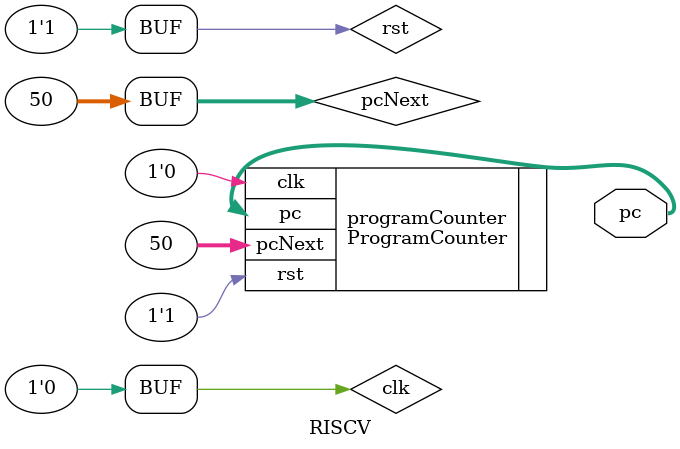
<source format=sv>
module RISCV #(parameter REG_BITS=32, parameter ADDR_BITS=5) 
(
    //input logic clk, rst
    output logic [31:0] pc
);

    //logic [REG_BITS-1:0] pcNext, pc, instrRD, rd1, rd2, memRD;

    logic clk, rst;
    logic [31:0] pcNext;
    ProgramCounter #(.REG_BITS(REG_BITS)) programCounter(.clk(clk), .rst(rst), .pcNext(pcNext), .pc(pc));

    initial begin
        pcNext = 'b0;
        clk = 'b0;
        rst = 'b1;
        for (int i = 0; i < 100; i++) begin
            #5ns;
            clk = !clk;
            if (!clk) pcNext = pcNext + 1;
        end
    end

    //InstructionMemory #(.REG_BITS(REG_BITS)) instructionMemory(.a(pc), .rd(instrRD));

    //RegisterFile #(.REG_BITS(REG_BITS), .ADDR_BITS(ADDR_BITS)) registerFile(.clk(clk), .rst(rst), .we3(1'b0), .a1(0), .a2(0), .a3(0), .wd3(0), .rd1(rd1), .rd2(rd2));

    //DataMemory #(.REG_BITS(REG_BITS)) dataMemory(.a(0), .wd(0), .we(0), .rd(memRD));

endmodule
</source>
